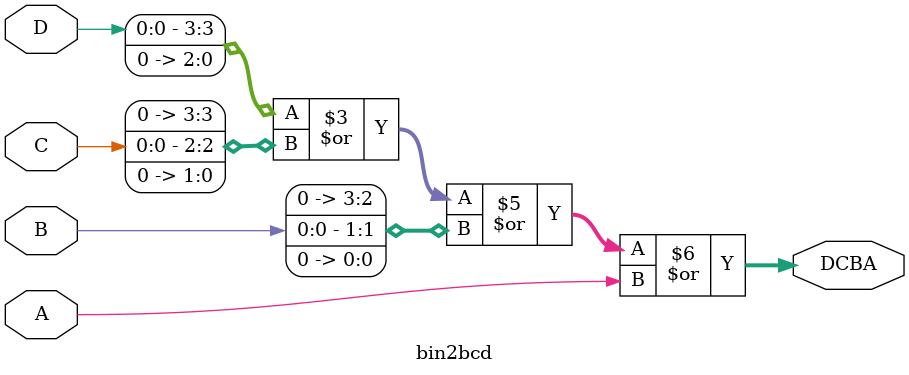
<source format=v>
`timescale 1ns / 1ps
module bin2bcd(
	input A, B, C, D,
	output [3:0]DCBA
	);
	assign DCBA = (D<<3) | (C<<2) | (B<<1) | A;

endmodule

</source>
